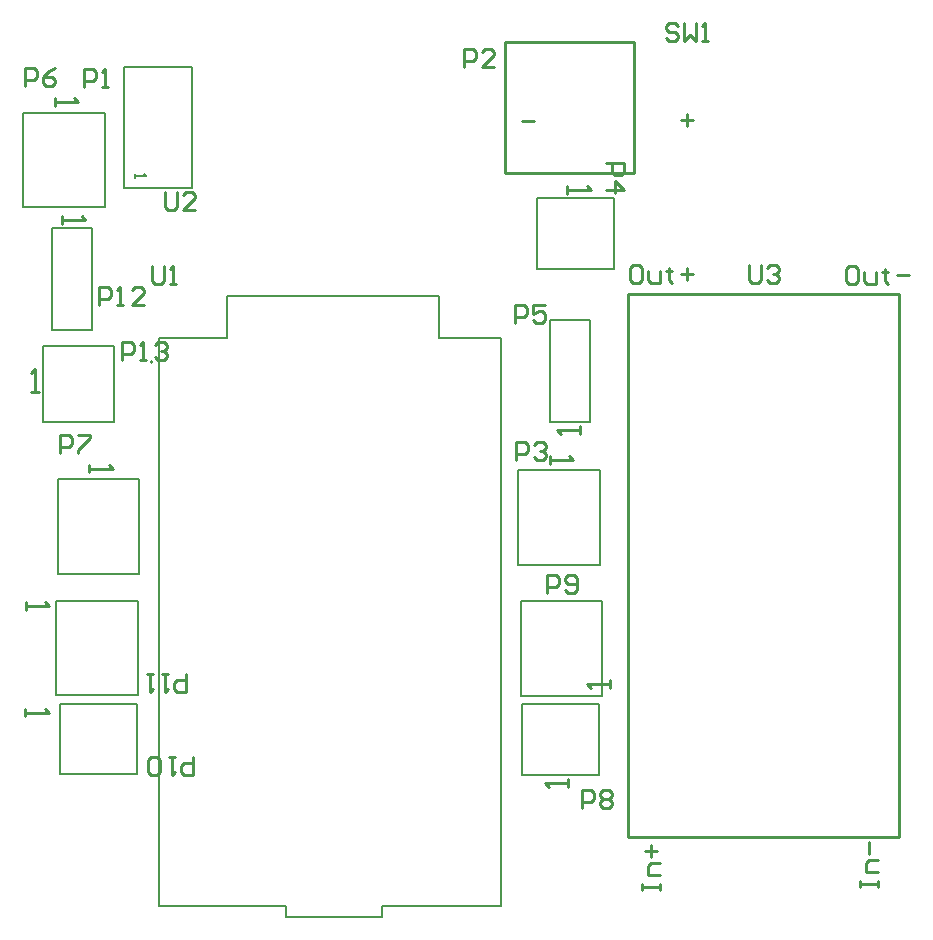
<source format=gto>
G04*
G04 #@! TF.GenerationSoftware,Altium Limited,Altium Designer,24.0.1 (36)*
G04*
G04 Layer_Color=65535*
%FSLAX43Y43*%
%MOMM*%
G71*
G04*
G04 #@! TF.SameCoordinates,EBF473D2-59F7-4800-8C67-C9A5536F996E*
G04*
G04*
G04 #@! TF.FilePolarity,Positive*
G04*
G01*
G75*
%ADD10C,0.200*%
%ADD11C,0.254*%
%ADD12C,0.127*%
D10*
X13433Y47927D02*
G03*
X13433Y47927I-100J0D01*
G01*
X44600Y19660D02*
X51500D01*
X44600D02*
Y27660D01*
X51500D01*
Y19660D02*
Y27660D01*
X5400Y37980D02*
X12300D01*
Y29980D02*
Y37980D01*
X5400Y29980D02*
X12300D01*
X5400D02*
Y37980D01*
X4160Y49300D02*
X10160D01*
X4160Y42800D02*
Y49300D01*
Y42800D02*
X10160D01*
Y49300D01*
X4900Y50640D02*
Y59240D01*
Y50640D02*
X8300D01*
Y59240D01*
X4900D02*
X8300D01*
X47100Y42860D02*
X50500D01*
X47100D02*
Y51460D01*
X50500D01*
Y42860D02*
Y51460D01*
X52500Y55800D02*
Y61800D01*
X46000D02*
X52500D01*
X46000Y55800D02*
Y61800D01*
Y55800D02*
X52500D01*
X2500Y61000D02*
Y69000D01*
Y61000D02*
X9400D01*
Y69000D01*
X2500D02*
X9400D01*
X44400Y30740D02*
Y38740D01*
Y30740D02*
X51300D01*
Y38740D01*
X44400D02*
X51300D01*
X12100Y13000D02*
Y19000D01*
X5600D02*
X12100D01*
X5600Y13000D02*
Y19000D01*
Y13000D02*
X12100D01*
X5300Y19700D02*
Y27700D01*
Y19700D02*
X12200D01*
Y27700D01*
X5300D02*
X12200D01*
X44700Y12960D02*
Y18960D01*
Y12960D02*
X51200D01*
Y18960D01*
X44700D02*
X51200D01*
X11914Y63833D02*
Y63500D01*
Y63666D01*
X12914D01*
X12747Y63833D01*
D11*
X43300Y75000D02*
X54200D01*
X43300Y63900D02*
Y75000D01*
X54200Y63900D02*
Y75000D01*
X46050Y63900D02*
X51350D01*
X43400D02*
X46050D01*
X51350D02*
X54200D01*
X53650Y7700D02*
X76650D01*
X53650Y53700D02*
X76650D01*
X53650Y7700D02*
Y53700D01*
X76650Y7700D02*
Y53700D01*
X44720Y68299D02*
X45736D01*
X58182Y68426D02*
X59198D01*
X58690Y68934D02*
Y67918D01*
X52195Y20332D02*
Y20998D01*
Y20665D01*
X50196D01*
X50529Y20332D01*
X8054Y39226D02*
Y38560D01*
Y38893D01*
X10053D01*
X9720Y39226D01*
X3114Y45354D02*
X3780D01*
X3447D01*
Y47353D01*
X3114Y47020D01*
X5754Y60286D02*
Y59620D01*
Y59953D01*
X7753D01*
X7420Y60286D01*
X49646Y41814D02*
Y42480D01*
Y42147D01*
X47647D01*
X47980Y41814D01*
X48554Y62846D02*
Y62180D01*
Y62513D01*
X50553D01*
X50220Y62846D01*
X72917Y56025D02*
X72409D01*
X72155Y55772D01*
Y54756D01*
X72409Y54502D01*
X72917D01*
X73171Y54756D01*
Y55772D01*
X72917Y56025D01*
X73679Y55518D02*
Y54756D01*
X73933Y54502D01*
X74694D01*
Y55518D01*
X75456Y55772D02*
Y55518D01*
X75202D01*
X75710D01*
X75456D01*
Y54756D01*
X75710Y54502D01*
X76472Y55264D02*
X77487D01*
X54629Y56152D02*
X54121D01*
X53867Y55899D01*
Y54883D01*
X54121Y54629D01*
X54629D01*
X54883Y54883D01*
Y55899D01*
X54629Y56152D01*
X55391Y55645D02*
Y54883D01*
X55645Y54629D01*
X56406D01*
Y55645D01*
X57168Y55899D02*
Y55645D01*
X56914D01*
X57422D01*
X57168D01*
Y54883D01*
X57422Y54629D01*
X58184Y55391D02*
X59199D01*
X58692Y55899D02*
Y54883D01*
X73372Y3454D02*
Y3962D01*
Y3708D01*
X74896D01*
Y3454D01*
Y3962D01*
Y4724D02*
X73880D01*
Y5485D01*
X74134Y5739D01*
X74896D01*
X74134Y6247D02*
Y7263D01*
X54872Y3204D02*
Y3712D01*
Y3458D01*
X56396D01*
Y3204D01*
Y3712D01*
Y4474D02*
X55380D01*
Y5235D01*
X55634Y5489D01*
X56396D01*
X55634Y5997D02*
Y7013D01*
X55126Y6505D02*
X56142D01*
X5154Y70246D02*
Y69579D01*
Y69913D01*
X7153D01*
X6820Y70246D01*
X47054Y39986D02*
Y39320D01*
Y39653D01*
X49053D01*
X48720Y39986D01*
X2650Y18570D02*
Y17904D01*
Y18237D01*
X4649D01*
X4316Y18570D01*
X2704Y27597D02*
Y26931D01*
Y27264D01*
X4703D01*
X4370Y27597D01*
X48646Y11914D02*
Y12580D01*
Y12247D01*
X46647D01*
X46980Y11914D01*
X10814Y48105D02*
Y49629D01*
X11575D01*
X11829Y49375D01*
Y48867D01*
X11575Y48613D01*
X10814D01*
X12337Y48105D02*
X12845D01*
X12591D01*
Y49629D01*
X12337Y49375D01*
X13607D02*
X13861Y49629D01*
X14368D01*
X14622Y49375D01*
Y49121D01*
X14368Y48867D01*
X14115D01*
X14368D01*
X14622Y48613D01*
Y48359D01*
X14368Y48105D01*
X13861D01*
X13607Y48359D01*
X8887Y52741D02*
Y54265D01*
X9648D01*
X9902Y54011D01*
Y53503D01*
X9648Y53249D01*
X8887D01*
X10410Y52741D02*
X10918D01*
X10664D01*
Y54265D01*
X10410Y54011D01*
X12695Y52741D02*
X11680D01*
X12695Y53757D01*
Y54011D01*
X12441Y54265D01*
X11934D01*
X11680Y54011D01*
X2664Y71272D02*
Y72796D01*
X3425D01*
X3679Y72542D01*
Y72034D01*
X3425Y71780D01*
X2664D01*
X5203Y72796D02*
X4695Y72542D01*
X4187Y72034D01*
Y71526D01*
X4441Y71272D01*
X4949D01*
X5203Y71526D01*
Y71780D01*
X4949Y72034D01*
X4187D01*
X51813Y64799D02*
X53337D01*
Y64037D01*
X53083Y63783D01*
X52575D01*
X52321Y64037D01*
Y64799D01*
X51813Y62513D02*
X53337D01*
X52575Y63275D01*
Y62259D01*
X63901Y56153D02*
Y54883D01*
X64155Y54629D01*
X64662D01*
X64916Y54883D01*
Y56153D01*
X65424Y55899D02*
X65678Y56153D01*
X66186D01*
X66440Y55899D01*
Y55645D01*
X66186Y55391D01*
X65932D01*
X66186D01*
X66440Y55137D01*
Y54883D01*
X66186Y54629D01*
X65678D01*
X65424Y54883D01*
X14493Y62289D02*
Y61019D01*
X14747Y60765D01*
X15255D01*
X15509Y61019D01*
Y62289D01*
X17033Y60765D02*
X16017D01*
X17033Y61781D01*
Y62035D01*
X16779Y62289D01*
X16271D01*
X16017Y62035D01*
X13382Y56032D02*
Y54762D01*
X13636Y54508D01*
X14144D01*
X14398Y54762D01*
Y56032D01*
X14906Y54508D02*
X15414D01*
X15160D01*
Y56032D01*
X14906Y55778D01*
X57883Y76325D02*
X57629Y76579D01*
X57121D01*
X56868Y76325D01*
Y76071D01*
X57121Y75817D01*
X57629D01*
X57883Y75563D01*
Y75309D01*
X57629Y75055D01*
X57121D01*
X56868Y75309D01*
X58391Y76579D02*
Y75055D01*
X58899Y75563D01*
X59407Y75055D01*
Y76579D01*
X59915Y75055D02*
X60422D01*
X60168D01*
Y76579D01*
X59915Y76325D01*
X16292Y21501D02*
Y19977D01*
X15531D01*
X15277Y20231D01*
Y20739D01*
X15531Y20993D01*
X16292D01*
X14769Y21501D02*
X14261D01*
X14515D01*
Y19977D01*
X14769Y20231D01*
X13499Y21501D02*
X12992D01*
X13245D01*
Y19977D01*
X13499Y20231D01*
X16873Y14506D02*
Y12982D01*
X16112D01*
X15858Y13236D01*
Y13744D01*
X16112Y13998D01*
X16873D01*
X15350Y14506D02*
X14842D01*
X15096D01*
Y12982D01*
X15350Y13236D01*
X14080D02*
X13826Y12982D01*
X13319D01*
X13065Y13236D01*
Y14252D01*
X13319Y14506D01*
X13826D01*
X14080Y14252D01*
Y13236D01*
X46830Y28338D02*
Y29862D01*
X47592D01*
X47846Y29608D01*
Y29100D01*
X47592Y28846D01*
X46830D01*
X48354Y28592D02*
X48608Y28338D01*
X49116D01*
X49370Y28592D01*
Y29608D01*
X49116Y29862D01*
X48608D01*
X48354Y29608D01*
Y29354D01*
X48608Y29100D01*
X49370D01*
X49833Y10139D02*
Y11663D01*
X50595D01*
X50849Y11409D01*
Y10901D01*
X50595Y10647D01*
X49833D01*
X51357Y11409D02*
X51611Y11663D01*
X52119D01*
X52373Y11409D01*
Y11155D01*
X52119Y10901D01*
X52373Y10647D01*
Y10393D01*
X52119Y10139D01*
X51611D01*
X51357Y10393D01*
Y10647D01*
X51611Y10901D01*
X51357Y11155D01*
Y11409D01*
X51611Y10901D02*
X52119D01*
X5559Y40234D02*
Y41757D01*
X6321D01*
X6575Y41503D01*
Y40995D01*
X6321Y40741D01*
X5559D01*
X7083Y41757D02*
X8098D01*
Y41503D01*
X7083Y40488D01*
Y40234D01*
X44130Y51238D02*
Y52762D01*
X44892D01*
X45146Y52508D01*
Y52000D01*
X44892Y51746D01*
X44130D01*
X46670Y52762D02*
X45654D01*
Y52000D01*
X46162Y52254D01*
X46416D01*
X46670Y52000D01*
Y51492D01*
X46416Y51238D01*
X45908D01*
X45654Y51492D01*
X44230Y39638D02*
Y41162D01*
X44992D01*
X45246Y40908D01*
Y40400D01*
X44992Y40146D01*
X44230D01*
X45754Y40908D02*
X46008Y41162D01*
X46516D01*
X46770Y40908D01*
Y40654D01*
X46516Y40400D01*
X46262D01*
X46516D01*
X46770Y40146D01*
Y39892D01*
X46516Y39638D01*
X46008D01*
X45754Y39892D01*
X39777Y72918D02*
Y74442D01*
X40539D01*
X40793Y74188D01*
Y73680D01*
X40539Y73426D01*
X39777D01*
X42317Y72918D02*
X41301D01*
X42317Y73934D01*
Y74188D01*
X42063Y74442D01*
X41555D01*
X41301Y74188D01*
X7596Y71199D02*
Y72723D01*
X8358D01*
X8612Y72469D01*
Y71961D01*
X8358Y71707D01*
X7596D01*
X9120Y71199D02*
X9628D01*
X9374D01*
Y72723D01*
X9120Y72469D01*
D12*
X16800Y62670D02*
Y72870D01*
X11000Y62670D02*
X16800D01*
X11000D02*
Y72870D01*
X16800D01*
X13968Y1837D02*
X24762D01*
X13968D02*
Y2337D01*
Y49939D01*
X24762Y937D02*
X32892D01*
X24762D02*
Y1837D01*
X32892Y937D02*
Y1837D01*
X42924D01*
Y49939D01*
X19700Y53472D02*
X37700D01*
X13968Y49939D02*
X19700D01*
Y53472D01*
X37700Y49939D02*
Y53472D01*
Y49939D02*
X42924D01*
M02*

</source>
